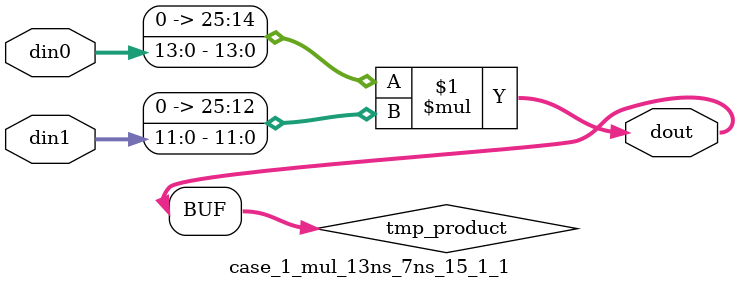
<source format=v>

`timescale 1 ns / 1 ps

 (* use_dsp = "no" *)  module case_1_mul_13ns_7ns_15_1_1(din0, din1, dout);
parameter ID = 1;
parameter NUM_STAGE = 0;
parameter din0_WIDTH = 14;
parameter din1_WIDTH = 12;
parameter dout_WIDTH = 26;

input [din0_WIDTH - 1 : 0] din0; 
input [din1_WIDTH - 1 : 0] din1; 
output [dout_WIDTH - 1 : 0] dout;

wire signed [dout_WIDTH - 1 : 0] tmp_product;
























assign tmp_product = $signed({1'b0, din0}) * $signed({1'b0, din1});











assign dout = tmp_product;





















endmodule

</source>
